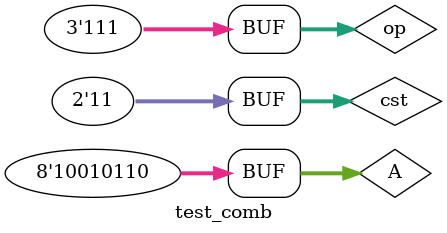
<source format=sv>
`timescale 1ns/1ps 		// time unit / compiler time precision

module test_comb ();

	// Set up variables 
	logic [7:0] A;

	// Wires to retrieve information 
	logic [7:0] OUT;
	logic [1:0] cst;
	logic [2:0] op;
	logic MyStatus;

	// module under test 
	Homework_1 c1 (
		.MyInput(A),
		.MyConstantSelect(cst),
		.MyOperation(op),
		.MyStatus(MyStatus),
		.MyOutput(OUT));

	initial 
	begin
		A = 8'd250; 
		
		// TESTING ADD OPERATION
		cst = 2'd0;
		op = 3'd0;
		
		# 5 // wait after 5 delay time 
		
		cst = 2'd1;
		
		# 5 // wait after 5 delay time 
		
		cst = 2'd2;
		
		# 5 // wait after 5 delay time 
		
		cst = 2'd3;
		
		# 5 // wait after 5 delay time 
		 
		// TESTING SUBSTRACT OPERATION 
		
		cst = 2'd0;
		op = 3'd1;
		
		# 5 // wait after 5 delay time 
		
		cst = 2'd1;
		
		# 5 // wait after 5 delay time 
		
		cst = 2'd2;
		
		# 5 // wait after 5 delay time 
		
		cst = 2'd3;
		
		# 5
		
		// TESTING NAND OPERATION
		
		cst = 2'd0;
		op = 3'd2;
		
		A = 8'd0;
		
		# 5 // wait after 5 delay time 
		
		cst = 2'd1;
		A = 8'd150;
		
		# 5 // wait after 5 delay time 
		
		cst = 2'd2;
		
		# 5 // wait after 5 delay time 
		
		cst = 2'd3;
		
		# 5 
		
		// TESTING NOR OPERATION
		
		cst = 2'd0;
		op = 3'd3;
		
		# 5 // wait after 5 delay time 
		
		cst = 2'd1;
		
		# 5 // wait after 5 delay time 
		
		cst = 2'd2;
		
		# 5 // wait after 5 delay time 
		
		cst = 2'd3;
		
		# 5
		// TESTING XOR OPERATION 
		
		cst = 2'd0;
		op = 3'd4;
		
		# 5 // wait after 5 delay time 
		
		cst = 2'd1;
		
		# 5 // wait after 5 delay time 
		
		cst = 2'd2;
		
		# 5 // wait after 5 delay time 
		
		cst = 2'd3;
		
		# 5 
		
		// TESTING NOTHING OPERATION 
		
		cst = 2'd0;
		op = 3'd5;
		
		# 5 // wait after 5 delay time 
		
		cst = 2'd1;
		
		# 5 // wait after 5 delay time 
		
		cst = 2'd2;
		
		# 5 // wait after 5 delay time 
		
		cst = 2'd3;
		
		# 5
		
		cst = 2'd0;
		op = 3'd6;
		
		# 5 // wait after 5 delay time 
		
		cst = 2'd1;
		
		# 5 // wait after 5 delay time 
		
		cst = 2'd2;
		
		# 5 // wait after 5 delay time 
		
		cst = 2'd3;
		
		# 5
		cst = 2'd0;
		op = 3'd7;
		
		# 5 // wait after 5 delay time 
		
		cst = 2'd1;
		
		# 5 // wait after 5 delay time 
		
		cst = 2'd2;
		
		# 5 // wait after 5 delay time 
		
		cst = 2'd3;
	end
endmodule 


</source>
